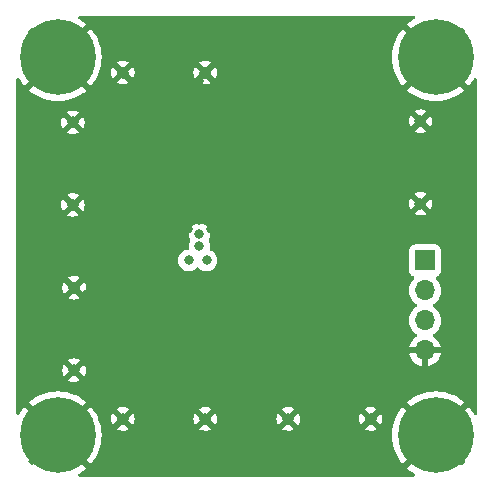
<source format=gbr>
%TF.GenerationSoftware,KiCad,Pcbnew,(6.0.7)*%
%TF.CreationDate,2022-08-24T09:40:32+01:00*%
%TF.ProjectId,Phase_Measurement_Board,50686173-655f-44d6-9561-737572656d65,rev?*%
%TF.SameCoordinates,Original*%
%TF.FileFunction,Copper,L3,Inr*%
%TF.FilePolarity,Positive*%
%FSLAX46Y46*%
G04 Gerber Fmt 4.6, Leading zero omitted, Abs format (unit mm)*
G04 Created by KiCad (PCBNEW (6.0.7)) date 2022-08-24 09:40:32*
%MOMM*%
%LPD*%
G01*
G04 APERTURE LIST*
%TA.AperFunction,ComponentPad*%
%ADD10C,6.400000*%
%TD*%
%TA.AperFunction,ComponentPad*%
%ADD11C,0.800000*%
%TD*%
%TA.AperFunction,ComponentPad*%
%ADD12C,0.970000*%
%TD*%
%TA.AperFunction,ComponentPad*%
%ADD13R,1.700000X1.700000*%
%TD*%
%TA.AperFunction,ComponentPad*%
%ADD14O,1.700000X1.700000*%
%TD*%
%TA.AperFunction,ViaPad*%
%ADD15C,0.800000*%
%TD*%
G04 APERTURE END LIST*
D10*
%TO.N,GND*%
%TO.C,H2*%
X232000000Y-33000000D03*
D11*
X233697056Y-31302944D03*
X232000000Y-30600000D03*
X233697056Y-34697056D03*
X232000000Y-35400000D03*
X230302944Y-31302944D03*
X234400000Y-33000000D03*
X230302944Y-34697056D03*
X229600000Y-33000000D03*
%TD*%
D12*
%TO.N,GND*%
%TO.C,J3*%
X205507500Y-63615000D03*
X212492500Y-63615000D03*
%TD*%
D11*
%TO.N,GND*%
%TO.C,H1*%
X200000000Y-30600000D03*
X198302944Y-34697056D03*
X198302944Y-31302944D03*
X200000000Y-35400000D03*
D10*
X200000000Y-33000000D03*
D11*
X202400000Y-33000000D03*
X201697056Y-31302944D03*
X197600000Y-33000000D03*
X201697056Y-34697056D03*
%TD*%
D12*
%TO.N,GND*%
%TO.C,J1*%
X205507500Y-34285000D03*
X212492500Y-34285000D03*
%TD*%
D11*
%TO.N,GND*%
%TO.C,H3*%
X198302944Y-63302944D03*
X197600000Y-65000000D03*
D10*
X200000000Y-65000000D03*
D11*
X200000000Y-67400000D03*
X198302944Y-66697056D03*
X202400000Y-65000000D03*
X200000000Y-62600000D03*
X201697056Y-63302944D03*
X201697056Y-66697056D03*
%TD*%
D13*
%TO.N,+3V3*%
%TO.C,J7*%
X231106673Y-50200000D03*
D14*
%TO.N,VC2*%
X231106673Y-52740000D03*
%TO.N,VC1*%
X231106673Y-55280000D03*
%TO.N,GND*%
X231106673Y-57820000D03*
%TD*%
D12*
%TO.N,GND*%
%TO.C,J6*%
X230715000Y-38407500D03*
X230715000Y-45392500D03*
%TD*%
%TO.N,GND*%
%TO.C,J4*%
X219507500Y-63615000D03*
X226492500Y-63615000D03*
%TD*%
D11*
%TO.N,GND*%
%TO.C,H4*%
X230302944Y-63302944D03*
X232000000Y-62600000D03*
D10*
X232000000Y-65000000D03*
D11*
X229600000Y-65000000D03*
X234400000Y-65000000D03*
X232000000Y-67400000D03*
X233697056Y-66697056D03*
X230302944Y-66697056D03*
X233697056Y-63302944D03*
%TD*%
D12*
%TO.N,GND*%
%TO.C,J2*%
X201285000Y-38507500D03*
X201285000Y-45492500D03*
%TD*%
%TO.N,GND*%
%TO.C,J5*%
X201385000Y-59492500D03*
X201385000Y-52507500D03*
%TD*%
D15*
%TO.N,+3V3*%
X212600000Y-50200000D03*
X211100000Y-50200000D03*
%TO.N,GND*%
X227000000Y-36000000D03*
X222400000Y-43700000D03*
X221000000Y-32000000D03*
X223550000Y-46900000D03*
X217700000Y-50100000D03*
X220000000Y-41000000D03*
X216000000Y-54000000D03*
X218000000Y-62000000D03*
X220000000Y-57800000D03*
X210000000Y-58500000D03*
X214000000Y-48500000D03*
X224000000Y-48000000D03*
X205500000Y-43000000D03*
X206500000Y-49000000D03*
X211500000Y-43000000D03*
X205500000Y-50000000D03*
X216000000Y-66500000D03*
X233000000Y-48000000D03*
X204000000Y-41000000D03*
X217000000Y-45500000D03*
X225000000Y-46800000D03*
X210000000Y-39000000D03*
X221000000Y-56000000D03*
X227300000Y-45200000D03*
X216000000Y-55500000D03*
X218000000Y-42300000D03*
X220400000Y-49000000D03*
X205500000Y-41000000D03*
X219500000Y-39500000D03*
X233000000Y-50000000D03*
X214000000Y-57000000D03*
X208000000Y-37000000D03*
X216000000Y-44500000D03*
X209000000Y-49500000D03*
X217500000Y-35500000D03*
X216000000Y-52500000D03*
X227000000Y-32000000D03*
X216000000Y-61500000D03*
X220000000Y-61500000D03*
X210000000Y-62000000D03*
X203000000Y-48000000D03*
X212000000Y-59800000D03*
X204000000Y-43000000D03*
X208000000Y-50500000D03*
X223550000Y-44600000D03*
X210000000Y-37000000D03*
X224000000Y-62000000D03*
X227000000Y-56000000D03*
X220400000Y-47700000D03*
X221000000Y-40000000D03*
X222600000Y-47700000D03*
X210000000Y-48500000D03*
X229500000Y-40900000D03*
X214000000Y-35500000D03*
X218000000Y-39000000D03*
X201300000Y-57000000D03*
X212000000Y-38500000D03*
X207000000Y-41000000D03*
X208000000Y-35500000D03*
X221400000Y-42900000D03*
X203000000Y-36000000D03*
X222400000Y-50100000D03*
X212000000Y-44800000D03*
X208500000Y-43000000D03*
X227000000Y-40000000D03*
X221000000Y-52000000D03*
X214000000Y-54000000D03*
X211000000Y-47500000D03*
X227000000Y-48000000D03*
X208000000Y-38500000D03*
X216000000Y-57000000D03*
X203000000Y-44000000D03*
X217700000Y-52000000D03*
X203500000Y-52000000D03*
X206000000Y-52500000D03*
X223500000Y-60500000D03*
X202500000Y-41000000D03*
X222000000Y-58500000D03*
X212000000Y-54500000D03*
X216000000Y-35000000D03*
X208000000Y-62000000D03*
X214000000Y-37000000D03*
X228400000Y-44100000D03*
X233500000Y-54000000D03*
X213000000Y-47500000D03*
X221000000Y-54000000D03*
X208000000Y-40000000D03*
X222000000Y-60000000D03*
X215000000Y-43500000D03*
X203000000Y-40000000D03*
X203000000Y-60000000D03*
X222000000Y-63600000D03*
X224000000Y-63600000D03*
X210000000Y-43000000D03*
X205000000Y-53500000D03*
X202500000Y-43000000D03*
X213000000Y-41500000D03*
X214000000Y-39000000D03*
X218000000Y-46500000D03*
X212000000Y-37000000D03*
X222600000Y-49000000D03*
X213500000Y-45000000D03*
X216000000Y-37000000D03*
X210000000Y-60000000D03*
X204500000Y-51000000D03*
X214000000Y-58500000D03*
X212000000Y-40000000D03*
X221000000Y-36000000D03*
X207000000Y-43000000D03*
X220000000Y-59800000D03*
X212500000Y-44000000D03*
X218000000Y-58500000D03*
X207500000Y-48000000D03*
X216000000Y-49250000D03*
X204000000Y-54500000D03*
X202200000Y-56300000D03*
X219900000Y-44400000D03*
X214000000Y-62000000D03*
X211500000Y-41000000D03*
X218000000Y-54000000D03*
X207000000Y-51500000D03*
X215000000Y-32000000D03*
X216000000Y-58500000D03*
X226000000Y-43500000D03*
X212000000Y-61500000D03*
X218000000Y-60000000D03*
X212000000Y-57800000D03*
X229500000Y-43000000D03*
X208500000Y-41000000D03*
X220300000Y-45800000D03*
X216000000Y-64000000D03*
X209000000Y-44000000D03*
X212000000Y-35000000D03*
X216000000Y-38500000D03*
X233000000Y-60000000D03*
X210000000Y-35500000D03*
X215500000Y-47000000D03*
X208500000Y-60500000D03*
X230800000Y-42900000D03*
X203000000Y-55500000D03*
X220500000Y-42000000D03*
X226300000Y-46200000D03*
X209500000Y-46000000D03*
X202500000Y-53000000D03*
X218000000Y-57000000D03*
X201100000Y-54500000D03*
X210000000Y-63600000D03*
X230800000Y-40900000D03*
X214300000Y-52000000D03*
X228000000Y-41500000D03*
X216500000Y-40500000D03*
X201300000Y-41000000D03*
X209000000Y-56000000D03*
X225000000Y-44500000D03*
X208000000Y-63600000D03*
X210000000Y-41000000D03*
X221400000Y-45800000D03*
X201300000Y-43000000D03*
X222000000Y-62000000D03*
X212000000Y-46800000D03*
X218000000Y-49000000D03*
X214500000Y-46000000D03*
X208000000Y-34300000D03*
X227000000Y-60000000D03*
X214000000Y-55500000D03*
X219000000Y-43500000D03*
X208500000Y-47000000D03*
X214000000Y-42500000D03*
X210500000Y-45000000D03*
X219500000Y-50000000D03*
X218000000Y-41000000D03*
X219500000Y-52000000D03*
X218000000Y-37000000D03*
X218000000Y-48000000D03*
X227000000Y-54000000D03*
X227000000Y-52000000D03*
X216000000Y-48000000D03*
X210000000Y-34300000D03*
X211000000Y-54500000D03*
X214000000Y-60000000D03*
X226900000Y-42600000D03*
X209000000Y-52000000D03*
X233000000Y-58000000D03*
X216000000Y-60000000D03*
X218000000Y-55500000D03*
%TO.N,VC1*%
X212000000Y-48000000D03*
%TO.N,VC2*%
X212000000Y-49000000D03*
%TD*%
%TA.AperFunction,Conductor*%
%TO.N,GND*%
G36*
X230228176Y-29528502D02*
G01*
X230274669Y-29582158D01*
X230284773Y-29652432D01*
X230255279Y-29717012D01*
X230217258Y-29746767D01*
X230146397Y-29782872D01*
X230140687Y-29786169D01*
X229820265Y-29994253D01*
X229814939Y-29998123D01*
X229576165Y-30191478D01*
X229567700Y-30203733D01*
X229574034Y-30214824D01*
X234784310Y-35425100D01*
X234797386Y-35432241D01*
X234807753Y-35424784D01*
X235001877Y-35185061D01*
X235005747Y-35179735D01*
X235213831Y-34859313D01*
X235217128Y-34853603D01*
X235253233Y-34782742D01*
X235301981Y-34731127D01*
X235370896Y-34714061D01*
X235438098Y-34736962D01*
X235482250Y-34792559D01*
X235491500Y-34839945D01*
X235491500Y-63160055D01*
X235471498Y-63228176D01*
X235417842Y-63274669D01*
X235347568Y-63284773D01*
X235282988Y-63255279D01*
X235253233Y-63217258D01*
X235217128Y-63146397D01*
X235213831Y-63140687D01*
X235005747Y-62820265D01*
X235001877Y-62814939D01*
X234808522Y-62576165D01*
X234796267Y-62567700D01*
X234785176Y-62574034D01*
X229574900Y-67784310D01*
X229567759Y-67797386D01*
X229575216Y-67807753D01*
X229814935Y-68001874D01*
X229820272Y-68005751D01*
X230140685Y-68213830D01*
X230146394Y-68217126D01*
X230217257Y-68253233D01*
X230268872Y-68301981D01*
X230285938Y-68370896D01*
X230263037Y-68438098D01*
X230207440Y-68482250D01*
X230160054Y-68491500D01*
X201839946Y-68491500D01*
X201771825Y-68471498D01*
X201725332Y-68417842D01*
X201715228Y-68347568D01*
X201744722Y-68282988D01*
X201782743Y-68253233D01*
X201853606Y-68217126D01*
X201859315Y-68213830D01*
X202179728Y-68005751D01*
X202185065Y-68001874D01*
X202423835Y-67808522D01*
X202432300Y-67796267D01*
X202425966Y-67785176D01*
X199641922Y-65001132D01*
X200364408Y-65001132D01*
X200364539Y-65002965D01*
X200368790Y-65009580D01*
X202784310Y-67425100D01*
X202797386Y-67432241D01*
X202807753Y-67424784D01*
X203001877Y-67185061D01*
X203005747Y-67179735D01*
X203213831Y-66859313D01*
X203217128Y-66853603D01*
X203390578Y-66513189D01*
X203393260Y-66507164D01*
X203530171Y-66150498D01*
X203532212Y-66144216D01*
X203631094Y-65775184D01*
X203632465Y-65768734D01*
X203692234Y-65391371D01*
X203692920Y-65384833D01*
X203712916Y-65003301D01*
X228287084Y-65003301D01*
X228307080Y-65384833D01*
X228307766Y-65391371D01*
X228367535Y-65768734D01*
X228368906Y-65775184D01*
X228467788Y-66144216D01*
X228469829Y-66150498D01*
X228606740Y-66507164D01*
X228609422Y-66513189D01*
X228782872Y-66853603D01*
X228786169Y-66859313D01*
X228994253Y-67179735D01*
X228998123Y-67185061D01*
X229191478Y-67423835D01*
X229203733Y-67432300D01*
X229214824Y-67425966D01*
X231627978Y-65012812D01*
X231635592Y-64998868D01*
X231635461Y-64997035D01*
X231631210Y-64990420D01*
X229215690Y-62574900D01*
X229202614Y-62567759D01*
X229192247Y-62575216D01*
X228998123Y-62814939D01*
X228994253Y-62820265D01*
X228786169Y-63140687D01*
X228782872Y-63146397D01*
X228609422Y-63486811D01*
X228606740Y-63492836D01*
X228469829Y-63849502D01*
X228467788Y-63855784D01*
X228368906Y-64224816D01*
X228367535Y-64231266D01*
X228307766Y-64608629D01*
X228307080Y-64615167D01*
X228287084Y-64996699D01*
X228287084Y-65003301D01*
X203712916Y-65003301D01*
X203712916Y-64996699D01*
X203692920Y-64615167D01*
X203692234Y-64608629D01*
X203670770Y-64473109D01*
X205014221Y-64473109D01*
X205019130Y-64479667D01*
X205102650Y-64526344D01*
X205113890Y-64531255D01*
X205287377Y-64587624D01*
X205299351Y-64590257D01*
X205480492Y-64611857D01*
X205492741Y-64612114D01*
X205674625Y-64598119D01*
X205686705Y-64595988D01*
X205862395Y-64546934D01*
X205873828Y-64542500D01*
X205991842Y-64482887D01*
X206002126Y-64473242D01*
X206002081Y-64473109D01*
X211999221Y-64473109D01*
X212004130Y-64479667D01*
X212087650Y-64526344D01*
X212098890Y-64531255D01*
X212272377Y-64587624D01*
X212284351Y-64590257D01*
X212465492Y-64611857D01*
X212477741Y-64612114D01*
X212659625Y-64598119D01*
X212671705Y-64595988D01*
X212847395Y-64546934D01*
X212858828Y-64542500D01*
X212976842Y-64482887D01*
X212987126Y-64473242D01*
X212987081Y-64473109D01*
X219014221Y-64473109D01*
X219019130Y-64479667D01*
X219102650Y-64526344D01*
X219113890Y-64531255D01*
X219287377Y-64587624D01*
X219299351Y-64590257D01*
X219480492Y-64611857D01*
X219492741Y-64612114D01*
X219674625Y-64598119D01*
X219686705Y-64595988D01*
X219862395Y-64546934D01*
X219873828Y-64542500D01*
X219991842Y-64482887D01*
X220002126Y-64473242D01*
X220002081Y-64473109D01*
X225999221Y-64473109D01*
X226004130Y-64479667D01*
X226087650Y-64526344D01*
X226098890Y-64531255D01*
X226272377Y-64587624D01*
X226284351Y-64590257D01*
X226465492Y-64611857D01*
X226477741Y-64612114D01*
X226659625Y-64598119D01*
X226671705Y-64595988D01*
X226847395Y-64546934D01*
X226858828Y-64542500D01*
X226976842Y-64482887D01*
X226987126Y-64473242D01*
X226984888Y-64466598D01*
X226505312Y-63987022D01*
X226491368Y-63979408D01*
X226489535Y-63979539D01*
X226482920Y-63983790D01*
X226005981Y-64460729D01*
X225999221Y-64473109D01*
X220002081Y-64473109D01*
X219999888Y-64466598D01*
X219520312Y-63987022D01*
X219506368Y-63979408D01*
X219504535Y-63979539D01*
X219497920Y-63983790D01*
X219020981Y-64460729D01*
X219014221Y-64473109D01*
X212987081Y-64473109D01*
X212984888Y-64466598D01*
X212505312Y-63987022D01*
X212491368Y-63979408D01*
X212489535Y-63979539D01*
X212482920Y-63983790D01*
X212005981Y-64460729D01*
X211999221Y-64473109D01*
X206002081Y-64473109D01*
X205999888Y-64466598D01*
X205520312Y-63987022D01*
X205506368Y-63979408D01*
X205504535Y-63979539D01*
X205497920Y-63983790D01*
X205020981Y-64460729D01*
X205014221Y-64473109D01*
X203670770Y-64473109D01*
X203632465Y-64231266D01*
X203631094Y-64224816D01*
X203532212Y-63855784D01*
X203530171Y-63849502D01*
X203437165Y-63607212D01*
X204510308Y-63607212D01*
X204525571Y-63788982D01*
X204527786Y-63801047D01*
X204578065Y-63976391D01*
X204582583Y-63987803D01*
X204639786Y-64099107D01*
X204649507Y-64109328D01*
X204656306Y-64106984D01*
X205135478Y-63627812D01*
X205141856Y-63616132D01*
X205871908Y-63616132D01*
X205872039Y-63617965D01*
X205876290Y-63624580D01*
X206353159Y-64101449D01*
X206365539Y-64108209D01*
X206372273Y-64103168D01*
X206415994Y-64026207D01*
X206420987Y-64014991D01*
X206478562Y-63841914D01*
X206481282Y-63829942D01*
X206504473Y-63646364D01*
X206504965Y-63639335D01*
X206505256Y-63618505D01*
X206504963Y-63611512D01*
X206504541Y-63607212D01*
X211495308Y-63607212D01*
X211510571Y-63788982D01*
X211512786Y-63801047D01*
X211563065Y-63976391D01*
X211567583Y-63987803D01*
X211624786Y-64099107D01*
X211634507Y-64109328D01*
X211641306Y-64106984D01*
X212120478Y-63627812D01*
X212126856Y-63616132D01*
X212856908Y-63616132D01*
X212857039Y-63617965D01*
X212861290Y-63624580D01*
X213338159Y-64101449D01*
X213350539Y-64108209D01*
X213357273Y-64103168D01*
X213400994Y-64026207D01*
X213405987Y-64014991D01*
X213463562Y-63841914D01*
X213466282Y-63829942D01*
X213489473Y-63646364D01*
X213489965Y-63639335D01*
X213490256Y-63618505D01*
X213489963Y-63611512D01*
X213489541Y-63607212D01*
X218510308Y-63607212D01*
X218525571Y-63788982D01*
X218527786Y-63801047D01*
X218578065Y-63976391D01*
X218582583Y-63987803D01*
X218639786Y-64099107D01*
X218649507Y-64109328D01*
X218656306Y-64106984D01*
X219135478Y-63627812D01*
X219141856Y-63616132D01*
X219871908Y-63616132D01*
X219872039Y-63617965D01*
X219876290Y-63624580D01*
X220353159Y-64101449D01*
X220365539Y-64108209D01*
X220372273Y-64103168D01*
X220415994Y-64026207D01*
X220420987Y-64014991D01*
X220478562Y-63841914D01*
X220481282Y-63829942D01*
X220504473Y-63646364D01*
X220504965Y-63639335D01*
X220505256Y-63618505D01*
X220504963Y-63611512D01*
X220504541Y-63607212D01*
X225495308Y-63607212D01*
X225510571Y-63788982D01*
X225512786Y-63801047D01*
X225563065Y-63976391D01*
X225567583Y-63987803D01*
X225624786Y-64099107D01*
X225634507Y-64109328D01*
X225641306Y-64106984D01*
X226120478Y-63627812D01*
X226126856Y-63616132D01*
X226856908Y-63616132D01*
X226857039Y-63617965D01*
X226861290Y-63624580D01*
X227338159Y-64101449D01*
X227350539Y-64108209D01*
X227357273Y-64103168D01*
X227400994Y-64026207D01*
X227405987Y-64014991D01*
X227463562Y-63841914D01*
X227466282Y-63829942D01*
X227489473Y-63646364D01*
X227489965Y-63639335D01*
X227490256Y-63618505D01*
X227489963Y-63611512D01*
X227471903Y-63427325D01*
X227469520Y-63415290D01*
X227416798Y-63240665D01*
X227412123Y-63229324D01*
X227359972Y-63131241D01*
X227350110Y-63121158D01*
X227342984Y-63123726D01*
X226864522Y-63602188D01*
X226856908Y-63616132D01*
X226126856Y-63616132D01*
X226128092Y-63613868D01*
X226127961Y-63612035D01*
X226123710Y-63605420D01*
X225646666Y-63128376D01*
X225634286Y-63121616D01*
X225627898Y-63126398D01*
X225578354Y-63216516D01*
X225573517Y-63227801D01*
X225518361Y-63401675D01*
X225515813Y-63413664D01*
X225495479Y-63594943D01*
X225495308Y-63607212D01*
X220504541Y-63607212D01*
X220486903Y-63427325D01*
X220484520Y-63415290D01*
X220431798Y-63240665D01*
X220427123Y-63229324D01*
X220374972Y-63131241D01*
X220365110Y-63121158D01*
X220357984Y-63123726D01*
X219879522Y-63602188D01*
X219871908Y-63616132D01*
X219141856Y-63616132D01*
X219143092Y-63613868D01*
X219142961Y-63612035D01*
X219138710Y-63605420D01*
X218661666Y-63128376D01*
X218649286Y-63121616D01*
X218642898Y-63126398D01*
X218593354Y-63216516D01*
X218588517Y-63227801D01*
X218533361Y-63401675D01*
X218530813Y-63413664D01*
X218510479Y-63594943D01*
X218510308Y-63607212D01*
X213489541Y-63607212D01*
X213471903Y-63427325D01*
X213469520Y-63415290D01*
X213416798Y-63240665D01*
X213412123Y-63229324D01*
X213359972Y-63131241D01*
X213350110Y-63121158D01*
X213342984Y-63123726D01*
X212864522Y-63602188D01*
X212856908Y-63616132D01*
X212126856Y-63616132D01*
X212128092Y-63613868D01*
X212127961Y-63612035D01*
X212123710Y-63605420D01*
X211646666Y-63128376D01*
X211634286Y-63121616D01*
X211627898Y-63126398D01*
X211578354Y-63216516D01*
X211573517Y-63227801D01*
X211518361Y-63401675D01*
X211515813Y-63413664D01*
X211495479Y-63594943D01*
X211495308Y-63607212D01*
X206504541Y-63607212D01*
X206486903Y-63427325D01*
X206484520Y-63415290D01*
X206431798Y-63240665D01*
X206427123Y-63229324D01*
X206374972Y-63131241D01*
X206365110Y-63121158D01*
X206357984Y-63123726D01*
X205879522Y-63602188D01*
X205871908Y-63616132D01*
X205141856Y-63616132D01*
X205143092Y-63613868D01*
X205142961Y-63612035D01*
X205138710Y-63605420D01*
X204661666Y-63128376D01*
X204649286Y-63121616D01*
X204642898Y-63126398D01*
X204593354Y-63216516D01*
X204588517Y-63227801D01*
X204533361Y-63401675D01*
X204530813Y-63413664D01*
X204510479Y-63594943D01*
X204510308Y-63607212D01*
X203437165Y-63607212D01*
X203393260Y-63492836D01*
X203390578Y-63486811D01*
X203217128Y-63146397D01*
X203213831Y-63140687D01*
X203005747Y-62820265D01*
X203001877Y-62814939D01*
X202955134Y-62757216D01*
X205013434Y-62757216D01*
X205015889Y-62764179D01*
X205494688Y-63242978D01*
X205508632Y-63250592D01*
X205510465Y-63250461D01*
X205517080Y-63246210D01*
X205994266Y-62769024D01*
X206000714Y-62757216D01*
X211998434Y-62757216D01*
X212000889Y-62764179D01*
X212479688Y-63242978D01*
X212493632Y-63250592D01*
X212495465Y-63250461D01*
X212502080Y-63246210D01*
X212979266Y-62769024D01*
X212985714Y-62757216D01*
X219013434Y-62757216D01*
X219015889Y-62764179D01*
X219494688Y-63242978D01*
X219508632Y-63250592D01*
X219510465Y-63250461D01*
X219517080Y-63246210D01*
X219994266Y-62769024D01*
X220000714Y-62757216D01*
X225998434Y-62757216D01*
X226000889Y-62764179D01*
X226479688Y-63242978D01*
X226493632Y-63250592D01*
X226495465Y-63250461D01*
X226502080Y-63246210D01*
X226979266Y-62769024D01*
X226986026Y-62756644D01*
X226981367Y-62750421D01*
X226884583Y-62698090D01*
X226873278Y-62693338D01*
X226699024Y-62639397D01*
X226687011Y-62636931D01*
X226505594Y-62617863D01*
X226493326Y-62617778D01*
X226311669Y-62634310D01*
X226299620Y-62636608D01*
X226124628Y-62688111D01*
X226113251Y-62692708D01*
X226008583Y-62747427D01*
X225998434Y-62757216D01*
X220000714Y-62757216D01*
X220001026Y-62756644D01*
X219996367Y-62750421D01*
X219899583Y-62698090D01*
X219888278Y-62693338D01*
X219714024Y-62639397D01*
X219702011Y-62636931D01*
X219520594Y-62617863D01*
X219508326Y-62617778D01*
X219326669Y-62634310D01*
X219314620Y-62636608D01*
X219139628Y-62688111D01*
X219128251Y-62692708D01*
X219023583Y-62747427D01*
X219013434Y-62757216D01*
X212985714Y-62757216D01*
X212986026Y-62756644D01*
X212981367Y-62750421D01*
X212884583Y-62698090D01*
X212873278Y-62693338D01*
X212699024Y-62639397D01*
X212687011Y-62636931D01*
X212505594Y-62617863D01*
X212493326Y-62617778D01*
X212311669Y-62634310D01*
X212299620Y-62636608D01*
X212124628Y-62688111D01*
X212113251Y-62692708D01*
X212008583Y-62747427D01*
X211998434Y-62757216D01*
X206000714Y-62757216D01*
X206001026Y-62756644D01*
X205996367Y-62750421D01*
X205899583Y-62698090D01*
X205888278Y-62693338D01*
X205714024Y-62639397D01*
X205702011Y-62636931D01*
X205520594Y-62617863D01*
X205508326Y-62617778D01*
X205326669Y-62634310D01*
X205314620Y-62636608D01*
X205139628Y-62688111D01*
X205128251Y-62692708D01*
X205023583Y-62747427D01*
X205013434Y-62757216D01*
X202955134Y-62757216D01*
X202808522Y-62576165D01*
X202796267Y-62567700D01*
X202785176Y-62574034D01*
X200372022Y-64987188D01*
X200364408Y-65001132D01*
X199641922Y-65001132D01*
X197215690Y-62574900D01*
X197202614Y-62567759D01*
X197192247Y-62575216D01*
X196998123Y-62814939D01*
X196994253Y-62820265D01*
X196786169Y-63140687D01*
X196782872Y-63146397D01*
X196746767Y-63217258D01*
X196698019Y-63268873D01*
X196629104Y-63285939D01*
X196561902Y-63263038D01*
X196517750Y-63207441D01*
X196508500Y-63160055D01*
X196508500Y-62203733D01*
X197567700Y-62203733D01*
X197574034Y-62214824D01*
X199987188Y-64627978D01*
X200001132Y-64635592D01*
X200002965Y-64635461D01*
X200009580Y-64631210D01*
X202425100Y-62215690D01*
X202431630Y-62203733D01*
X229567700Y-62203733D01*
X229574034Y-62214824D01*
X231987188Y-64627978D01*
X232001132Y-64635592D01*
X232002965Y-64635461D01*
X232009580Y-64631210D01*
X234425100Y-62215690D01*
X234432241Y-62202614D01*
X234424784Y-62192247D01*
X234185065Y-61998126D01*
X234179728Y-61994249D01*
X233859315Y-61786170D01*
X233853606Y-61782873D01*
X233513189Y-61609422D01*
X233507164Y-61606740D01*
X233150498Y-61469829D01*
X233144216Y-61467788D01*
X232775184Y-61368906D01*
X232768734Y-61367535D01*
X232391371Y-61307766D01*
X232384833Y-61307080D01*
X232003301Y-61287084D01*
X231996699Y-61287084D01*
X231615167Y-61307080D01*
X231608629Y-61307766D01*
X231231266Y-61367535D01*
X231224816Y-61368906D01*
X230855784Y-61467788D01*
X230849502Y-61469829D01*
X230492836Y-61606740D01*
X230486811Y-61609422D01*
X230146397Y-61782872D01*
X230140687Y-61786169D01*
X229820265Y-61994253D01*
X229814939Y-61998123D01*
X229576165Y-62191478D01*
X229567700Y-62203733D01*
X202431630Y-62203733D01*
X202432241Y-62202614D01*
X202424784Y-62192247D01*
X202185065Y-61998126D01*
X202179728Y-61994249D01*
X201859315Y-61786170D01*
X201853606Y-61782873D01*
X201513189Y-61609422D01*
X201507164Y-61606740D01*
X201150498Y-61469829D01*
X201144216Y-61467788D01*
X200775184Y-61368906D01*
X200768734Y-61367535D01*
X200391371Y-61307766D01*
X200384833Y-61307080D01*
X200003301Y-61287084D01*
X199996699Y-61287084D01*
X199615167Y-61307080D01*
X199608629Y-61307766D01*
X199231266Y-61367535D01*
X199224816Y-61368906D01*
X198855784Y-61467788D01*
X198849502Y-61469829D01*
X198492836Y-61606740D01*
X198486811Y-61609422D01*
X198146397Y-61782872D01*
X198140687Y-61786169D01*
X197820265Y-61994253D01*
X197814939Y-61998123D01*
X197576165Y-62191478D01*
X197567700Y-62203733D01*
X196508500Y-62203733D01*
X196508500Y-60350609D01*
X200891721Y-60350609D01*
X200896630Y-60357167D01*
X200980150Y-60403844D01*
X200991390Y-60408755D01*
X201164877Y-60465124D01*
X201176851Y-60467757D01*
X201357992Y-60489357D01*
X201370241Y-60489614D01*
X201552125Y-60475619D01*
X201564205Y-60473488D01*
X201739895Y-60424434D01*
X201751328Y-60420000D01*
X201869342Y-60360387D01*
X201879626Y-60350742D01*
X201877388Y-60344098D01*
X201397812Y-59864522D01*
X201383868Y-59856908D01*
X201382035Y-59857039D01*
X201375420Y-59861290D01*
X200898481Y-60338229D01*
X200891721Y-60350609D01*
X196508500Y-60350609D01*
X196508500Y-59484712D01*
X200387808Y-59484712D01*
X200403071Y-59666482D01*
X200405286Y-59678547D01*
X200455565Y-59853891D01*
X200460083Y-59865303D01*
X200517286Y-59976607D01*
X200527007Y-59986828D01*
X200533806Y-59984484D01*
X201012978Y-59505312D01*
X201019356Y-59493632D01*
X201749408Y-59493632D01*
X201749539Y-59495465D01*
X201753790Y-59502080D01*
X202230659Y-59978949D01*
X202243039Y-59985709D01*
X202249773Y-59980668D01*
X202293494Y-59903707D01*
X202298487Y-59892491D01*
X202356062Y-59719414D01*
X202358782Y-59707442D01*
X202381973Y-59523864D01*
X202382465Y-59516835D01*
X202382756Y-59496005D01*
X202382463Y-59489012D01*
X202364403Y-59304825D01*
X202362020Y-59292790D01*
X202309298Y-59118165D01*
X202304623Y-59106824D01*
X202252472Y-59008741D01*
X202242610Y-58998658D01*
X202235484Y-59001226D01*
X201757022Y-59479688D01*
X201749408Y-59493632D01*
X201019356Y-59493632D01*
X201020592Y-59491368D01*
X201020461Y-59489535D01*
X201016210Y-59482920D01*
X200539166Y-59005876D01*
X200526786Y-58999116D01*
X200520398Y-59003898D01*
X200470854Y-59094016D01*
X200466017Y-59105301D01*
X200410861Y-59279175D01*
X200408313Y-59291164D01*
X200387979Y-59472443D01*
X200387808Y-59484712D01*
X196508500Y-59484712D01*
X196508500Y-58634716D01*
X200890934Y-58634716D01*
X200893389Y-58641679D01*
X201372188Y-59120478D01*
X201386132Y-59128092D01*
X201387965Y-59127961D01*
X201394580Y-59123710D01*
X201871766Y-58646524D01*
X201878526Y-58634144D01*
X201873867Y-58627921D01*
X201777083Y-58575590D01*
X201765778Y-58570838D01*
X201591524Y-58516897D01*
X201579511Y-58514431D01*
X201398094Y-58495363D01*
X201385826Y-58495278D01*
X201204169Y-58511810D01*
X201192120Y-58514108D01*
X201017128Y-58565611D01*
X201005751Y-58570208D01*
X200901083Y-58624927D01*
X200890934Y-58634716D01*
X196508500Y-58634716D01*
X196508500Y-58087966D01*
X229774930Y-58087966D01*
X229805238Y-58222446D01*
X229808318Y-58232275D01*
X229888443Y-58429603D01*
X229893086Y-58438794D01*
X230004367Y-58620388D01*
X230010450Y-58628699D01*
X230149886Y-58789667D01*
X230157253Y-58796883D01*
X230321107Y-58932916D01*
X230329554Y-58938831D01*
X230513429Y-59046279D01*
X230522715Y-59050729D01*
X230721674Y-59126703D01*
X230731572Y-59129579D01*
X230834923Y-59150606D01*
X230848972Y-59149410D01*
X230852673Y-59139065D01*
X230852673Y-59138517D01*
X231360673Y-59138517D01*
X231364737Y-59152359D01*
X231378151Y-59154393D01*
X231384857Y-59153534D01*
X231394935Y-59151392D01*
X231598928Y-59090191D01*
X231608515Y-59086433D01*
X231799768Y-58992739D01*
X231808618Y-58987464D01*
X231982001Y-58863792D01*
X231989873Y-58857139D01*
X232140725Y-58706812D01*
X232147403Y-58698965D01*
X232271676Y-58526020D01*
X232276986Y-58517183D01*
X232371343Y-58326267D01*
X232375142Y-58316672D01*
X232437050Y-58112910D01*
X232439228Y-58102837D01*
X232440659Y-58091962D01*
X232438448Y-58077778D01*
X232425290Y-58074000D01*
X231378788Y-58074000D01*
X231363549Y-58078475D01*
X231362344Y-58079865D01*
X231360673Y-58087548D01*
X231360673Y-59138517D01*
X230852673Y-59138517D01*
X230852673Y-58092115D01*
X230848198Y-58076876D01*
X230846808Y-58075671D01*
X230839125Y-58074000D01*
X229789898Y-58074000D01*
X229776367Y-58077973D01*
X229774930Y-58087966D01*
X196508500Y-58087966D01*
X196508500Y-55246695D01*
X229743924Y-55246695D01*
X229744221Y-55251848D01*
X229744221Y-55251851D01*
X229749684Y-55346590D01*
X229756783Y-55469715D01*
X229757920Y-55474761D01*
X229757921Y-55474767D01*
X229777792Y-55562939D01*
X229805895Y-55687639D01*
X229889939Y-55894616D01*
X230006660Y-56085088D01*
X230152923Y-56253938D01*
X230324799Y-56396632D01*
X230398628Y-56439774D01*
X230447352Y-56491412D01*
X230460423Y-56561195D01*
X230433692Y-56626967D01*
X230393235Y-56660327D01*
X230385130Y-56664546D01*
X230376411Y-56670036D01*
X230206106Y-56797905D01*
X230198399Y-56804748D01*
X230051263Y-56958717D01*
X230044777Y-56966727D01*
X229924771Y-57142649D01*
X229919673Y-57151623D01*
X229830011Y-57344783D01*
X229826448Y-57354470D01*
X229771062Y-57554183D01*
X229772585Y-57562607D01*
X229784965Y-57566000D01*
X232425017Y-57566000D01*
X232438548Y-57562027D01*
X232439853Y-57552947D01*
X232397887Y-57385875D01*
X232394567Y-57376124D01*
X232309645Y-57180814D01*
X232304778Y-57171739D01*
X232189099Y-56992926D01*
X232182809Y-56984757D01*
X232039479Y-56827240D01*
X232031946Y-56820215D01*
X231864812Y-56688222D01*
X231856229Y-56682520D01*
X231819275Y-56662120D01*
X231769304Y-56611687D01*
X231754532Y-56542245D01*
X231779648Y-56475839D01*
X231807000Y-56449232D01*
X231830470Y-56432491D01*
X231986533Y-56321173D01*
X232144769Y-56163489D01*
X232204267Y-56080689D01*
X232272108Y-55986277D01*
X232275126Y-55982077D01*
X232374103Y-55781811D01*
X232439043Y-55568069D01*
X232468202Y-55346590D01*
X232469829Y-55280000D01*
X232451525Y-55057361D01*
X232397104Y-54840702D01*
X232308027Y-54635840D01*
X232186687Y-54448277D01*
X232036343Y-54283051D01*
X232032292Y-54279852D01*
X232032288Y-54279848D01*
X231865087Y-54147800D01*
X231865083Y-54147798D01*
X231861032Y-54144598D01*
X231819726Y-54121796D01*
X231769757Y-54071364D01*
X231754985Y-54001921D01*
X231780101Y-53935516D01*
X231807453Y-53908909D01*
X231851276Y-53877650D01*
X231986533Y-53781173D01*
X232144769Y-53623489D01*
X232204267Y-53540689D01*
X232272108Y-53446277D01*
X232275126Y-53442077D01*
X232284182Y-53423755D01*
X232371809Y-53246453D01*
X232371810Y-53246451D01*
X232374103Y-53241811D01*
X232439043Y-53028069D01*
X232468202Y-52806590D01*
X232469829Y-52740000D01*
X232451525Y-52517361D01*
X232397104Y-52300702D01*
X232308027Y-52095840D01*
X232186687Y-51908277D01*
X232183205Y-51904450D01*
X232039471Y-51746488D01*
X232008419Y-51682642D01*
X232016814Y-51612143D01*
X232061990Y-51557375D01*
X232088434Y-51543706D01*
X232194970Y-51503767D01*
X232203378Y-51500615D01*
X232319934Y-51413261D01*
X232407288Y-51296705D01*
X232458418Y-51160316D01*
X232465173Y-51098134D01*
X232465173Y-49301866D01*
X232458418Y-49239684D01*
X232407288Y-49103295D01*
X232319934Y-48986739D01*
X232203378Y-48899385D01*
X232066989Y-48848255D01*
X232004807Y-48841500D01*
X230208539Y-48841500D01*
X230146357Y-48848255D01*
X230009968Y-48899385D01*
X229893412Y-48986739D01*
X229806058Y-49103295D01*
X229754928Y-49239684D01*
X229748173Y-49301866D01*
X229748173Y-51098134D01*
X229754928Y-51160316D01*
X229806058Y-51296705D01*
X229893412Y-51413261D01*
X230009968Y-51500615D01*
X230018377Y-51503767D01*
X230018378Y-51503768D01*
X230127124Y-51544535D01*
X230183889Y-51587176D01*
X230208589Y-51653738D01*
X230193382Y-51723087D01*
X230173989Y-51749568D01*
X230047302Y-51882138D01*
X229921416Y-52066680D01*
X229827361Y-52269305D01*
X229767662Y-52484570D01*
X229743924Y-52706695D01*
X229744221Y-52711848D01*
X229744221Y-52711851D01*
X229749684Y-52806590D01*
X229756783Y-52929715D01*
X229757920Y-52934761D01*
X229757921Y-52934767D01*
X229777792Y-53022939D01*
X229805895Y-53147639D01*
X229889939Y-53354616D01*
X229929298Y-53418844D01*
X229981858Y-53504614D01*
X230006660Y-53545088D01*
X230152923Y-53713938D01*
X230324799Y-53856632D01*
X230395268Y-53897811D01*
X230398118Y-53899476D01*
X230446842Y-53951114D01*
X230459913Y-54020897D01*
X230433182Y-54086669D01*
X230392728Y-54120027D01*
X230380280Y-54126507D01*
X230376147Y-54129610D01*
X230376144Y-54129612D01*
X230351920Y-54147800D01*
X230201638Y-54260635D01*
X230047302Y-54422138D01*
X229921416Y-54606680D01*
X229827361Y-54809305D01*
X229767662Y-55024570D01*
X229743924Y-55246695D01*
X196508500Y-55246695D01*
X196508500Y-53365609D01*
X200891721Y-53365609D01*
X200896630Y-53372167D01*
X200980150Y-53418844D01*
X200991390Y-53423755D01*
X201164877Y-53480124D01*
X201176851Y-53482757D01*
X201357992Y-53504357D01*
X201370241Y-53504614D01*
X201552125Y-53490619D01*
X201564205Y-53488488D01*
X201739895Y-53439434D01*
X201751328Y-53435000D01*
X201869342Y-53375387D01*
X201879626Y-53365742D01*
X201877388Y-53359098D01*
X201397812Y-52879522D01*
X201383868Y-52871908D01*
X201382035Y-52872039D01*
X201375420Y-52876290D01*
X200898481Y-53353229D01*
X200891721Y-53365609D01*
X196508500Y-53365609D01*
X196508500Y-52499712D01*
X200387808Y-52499712D01*
X200403071Y-52681482D01*
X200405286Y-52693547D01*
X200455565Y-52868891D01*
X200460083Y-52880303D01*
X200517286Y-52991607D01*
X200527007Y-53001828D01*
X200533806Y-52999484D01*
X201012978Y-52520312D01*
X201019356Y-52508632D01*
X201749408Y-52508632D01*
X201749539Y-52510465D01*
X201753790Y-52517080D01*
X202230659Y-52993949D01*
X202243039Y-53000709D01*
X202249773Y-52995668D01*
X202293494Y-52918707D01*
X202298487Y-52907491D01*
X202356062Y-52734414D01*
X202358782Y-52722442D01*
X202381973Y-52538864D01*
X202382465Y-52531835D01*
X202382756Y-52511005D01*
X202382463Y-52504012D01*
X202364403Y-52319825D01*
X202362020Y-52307790D01*
X202309298Y-52133165D01*
X202304623Y-52121824D01*
X202252472Y-52023741D01*
X202242610Y-52013658D01*
X202235484Y-52016226D01*
X201757022Y-52494688D01*
X201749408Y-52508632D01*
X201019356Y-52508632D01*
X201020592Y-52506368D01*
X201020461Y-52504535D01*
X201016210Y-52497920D01*
X200539166Y-52020876D01*
X200526786Y-52014116D01*
X200520398Y-52018898D01*
X200470854Y-52109016D01*
X200466017Y-52120301D01*
X200410861Y-52294175D01*
X200408313Y-52306164D01*
X200387979Y-52487443D01*
X200387808Y-52499712D01*
X196508500Y-52499712D01*
X196508500Y-51649716D01*
X200890934Y-51649716D01*
X200893389Y-51656679D01*
X201372188Y-52135478D01*
X201386132Y-52143092D01*
X201387965Y-52142961D01*
X201394580Y-52138710D01*
X201871766Y-51661524D01*
X201878526Y-51649144D01*
X201873867Y-51642921D01*
X201777083Y-51590590D01*
X201765778Y-51585838D01*
X201591524Y-51531897D01*
X201579511Y-51529431D01*
X201398094Y-51510363D01*
X201385826Y-51510278D01*
X201204169Y-51526810D01*
X201192120Y-51529108D01*
X201017128Y-51580611D01*
X201005751Y-51585208D01*
X200901083Y-51639927D01*
X200890934Y-51649716D01*
X196508500Y-51649716D01*
X196508500Y-50200000D01*
X210186496Y-50200000D01*
X210206458Y-50389928D01*
X210265473Y-50571556D01*
X210360960Y-50736944D01*
X210488747Y-50878866D01*
X210643248Y-50991118D01*
X210649276Y-50993802D01*
X210649278Y-50993803D01*
X210811681Y-51066109D01*
X210817712Y-51068794D01*
X210911113Y-51088647D01*
X210998056Y-51107128D01*
X210998061Y-51107128D01*
X211004513Y-51108500D01*
X211195487Y-51108500D01*
X211201939Y-51107128D01*
X211201944Y-51107128D01*
X211288887Y-51088647D01*
X211382288Y-51068794D01*
X211388319Y-51066109D01*
X211550722Y-50993803D01*
X211550724Y-50993802D01*
X211556752Y-50991118D01*
X211711253Y-50878866D01*
X211756364Y-50828765D01*
X211816810Y-50791525D01*
X211887793Y-50792877D01*
X211943636Y-50828765D01*
X211988747Y-50878866D01*
X212143248Y-50991118D01*
X212149276Y-50993802D01*
X212149278Y-50993803D01*
X212311681Y-51066109D01*
X212317712Y-51068794D01*
X212411113Y-51088647D01*
X212498056Y-51107128D01*
X212498061Y-51107128D01*
X212504513Y-51108500D01*
X212695487Y-51108500D01*
X212701939Y-51107128D01*
X212701944Y-51107128D01*
X212788887Y-51088647D01*
X212882288Y-51068794D01*
X212888319Y-51066109D01*
X213050722Y-50993803D01*
X213050724Y-50993802D01*
X213056752Y-50991118D01*
X213211253Y-50878866D01*
X213339040Y-50736944D01*
X213434527Y-50571556D01*
X213493542Y-50389928D01*
X213513504Y-50200000D01*
X213493542Y-50010072D01*
X213434527Y-49828444D01*
X213339040Y-49663056D01*
X213211253Y-49521134D01*
X213056752Y-49408882D01*
X213050726Y-49406199D01*
X213050719Y-49406195D01*
X212955660Y-49363873D01*
X212901564Y-49317893D01*
X212880914Y-49249966D01*
X212887076Y-49209827D01*
X212891502Y-49196205D01*
X212893542Y-49189928D01*
X212902648Y-49103295D01*
X212912814Y-49006565D01*
X212912814Y-49006564D01*
X212913504Y-49000000D01*
X212897555Y-48848255D01*
X212894232Y-48816635D01*
X212894232Y-48816633D01*
X212893542Y-48810072D01*
X212834527Y-48628444D01*
X212796743Y-48563000D01*
X212780005Y-48494005D01*
X212796743Y-48437000D01*
X212831223Y-48377279D01*
X212831224Y-48377278D01*
X212834527Y-48371556D01*
X212893542Y-48189928D01*
X212913504Y-48000000D01*
X212893542Y-47810072D01*
X212834527Y-47628444D01*
X212739040Y-47463056D01*
X212611253Y-47321134D01*
X212456752Y-47208882D01*
X212450724Y-47206198D01*
X212450722Y-47206197D01*
X212288319Y-47133891D01*
X212288318Y-47133891D01*
X212282288Y-47131206D01*
X212188887Y-47111353D01*
X212101944Y-47092872D01*
X212101939Y-47092872D01*
X212095487Y-47091500D01*
X211904513Y-47091500D01*
X211898061Y-47092872D01*
X211898056Y-47092872D01*
X211811113Y-47111353D01*
X211717712Y-47131206D01*
X211711682Y-47133891D01*
X211711681Y-47133891D01*
X211549278Y-47206197D01*
X211549276Y-47206198D01*
X211543248Y-47208882D01*
X211388747Y-47321134D01*
X211260960Y-47463056D01*
X211165473Y-47628444D01*
X211106458Y-47810072D01*
X211086496Y-48000000D01*
X211106458Y-48189928D01*
X211165473Y-48371556D01*
X211168776Y-48377278D01*
X211168777Y-48377279D01*
X211203257Y-48437000D01*
X211219995Y-48505995D01*
X211203257Y-48563000D01*
X211165473Y-48628444D01*
X211106458Y-48810072D01*
X211105768Y-48816633D01*
X211105768Y-48816635D01*
X211102445Y-48848255D01*
X211086496Y-49000000D01*
X211098237Y-49111703D01*
X211102814Y-49155255D01*
X211090042Y-49225094D01*
X211041540Y-49276941D01*
X211003703Y-49291672D01*
X210817712Y-49331206D01*
X210811682Y-49333891D01*
X210811681Y-49333891D01*
X210649278Y-49406197D01*
X210649276Y-49406198D01*
X210643248Y-49408882D01*
X210488747Y-49521134D01*
X210360960Y-49663056D01*
X210265473Y-49828444D01*
X210206458Y-50010072D01*
X210186496Y-50200000D01*
X196508500Y-50200000D01*
X196508500Y-46350609D01*
X200791721Y-46350609D01*
X200796630Y-46357167D01*
X200880150Y-46403844D01*
X200891390Y-46408755D01*
X201064877Y-46465124D01*
X201076851Y-46467757D01*
X201257992Y-46489357D01*
X201270241Y-46489614D01*
X201452125Y-46475619D01*
X201464205Y-46473488D01*
X201639895Y-46424434D01*
X201651328Y-46420000D01*
X201769342Y-46360387D01*
X201779626Y-46350742D01*
X201777388Y-46344098D01*
X201683899Y-46250609D01*
X230221721Y-46250609D01*
X230226630Y-46257167D01*
X230310150Y-46303844D01*
X230321390Y-46308755D01*
X230494877Y-46365124D01*
X230506851Y-46367757D01*
X230687992Y-46389357D01*
X230700241Y-46389614D01*
X230882125Y-46375619D01*
X230894205Y-46373488D01*
X231069895Y-46324434D01*
X231081328Y-46320000D01*
X231199342Y-46260387D01*
X231209626Y-46250742D01*
X231207388Y-46244098D01*
X230727812Y-45764522D01*
X230713868Y-45756908D01*
X230712035Y-45757039D01*
X230705420Y-45761290D01*
X230228481Y-46238229D01*
X230221721Y-46250609D01*
X201683899Y-46250609D01*
X201297812Y-45864522D01*
X201283868Y-45856908D01*
X201282035Y-45857039D01*
X201275420Y-45861290D01*
X200798481Y-46338229D01*
X200791721Y-46350609D01*
X196508500Y-46350609D01*
X196508500Y-45484712D01*
X200287808Y-45484712D01*
X200303071Y-45666482D01*
X200305286Y-45678547D01*
X200355565Y-45853891D01*
X200360083Y-45865303D01*
X200417286Y-45976607D01*
X200427007Y-45986828D01*
X200433806Y-45984484D01*
X200912978Y-45505312D01*
X200919356Y-45493632D01*
X201649408Y-45493632D01*
X201649539Y-45495465D01*
X201653790Y-45502080D01*
X202130659Y-45978949D01*
X202143039Y-45985709D01*
X202149773Y-45980668D01*
X202193494Y-45903707D01*
X202198487Y-45892491D01*
X202256062Y-45719414D01*
X202258782Y-45707442D01*
X202281973Y-45523864D01*
X202282465Y-45516835D01*
X202282756Y-45496005D01*
X202282463Y-45489012D01*
X202272236Y-45384712D01*
X229717808Y-45384712D01*
X229733071Y-45566482D01*
X229735286Y-45578547D01*
X229785565Y-45753891D01*
X229790083Y-45765303D01*
X229847286Y-45876607D01*
X229857007Y-45886828D01*
X229863806Y-45884484D01*
X230342978Y-45405312D01*
X230349356Y-45393632D01*
X231079408Y-45393632D01*
X231079539Y-45395465D01*
X231083790Y-45402080D01*
X231560659Y-45878949D01*
X231573039Y-45885709D01*
X231579773Y-45880668D01*
X231623494Y-45803707D01*
X231628487Y-45792491D01*
X231686062Y-45619414D01*
X231688782Y-45607442D01*
X231711973Y-45423864D01*
X231712465Y-45416835D01*
X231712756Y-45396005D01*
X231712463Y-45389012D01*
X231694403Y-45204825D01*
X231692020Y-45192790D01*
X231639298Y-45018165D01*
X231634623Y-45006824D01*
X231582472Y-44908741D01*
X231572610Y-44898658D01*
X231565484Y-44901226D01*
X231087022Y-45379688D01*
X231079408Y-45393632D01*
X230349356Y-45393632D01*
X230350592Y-45391368D01*
X230350461Y-45389535D01*
X230346210Y-45382920D01*
X229869166Y-44905876D01*
X229856786Y-44899116D01*
X229850398Y-44903898D01*
X229800854Y-44994016D01*
X229796017Y-45005301D01*
X229740861Y-45179175D01*
X229738313Y-45191164D01*
X229717979Y-45372443D01*
X229717808Y-45384712D01*
X202272236Y-45384712D01*
X202264403Y-45304825D01*
X202262020Y-45292790D01*
X202209298Y-45118165D01*
X202204623Y-45106824D01*
X202152472Y-45008741D01*
X202142610Y-44998658D01*
X202135484Y-45001226D01*
X201657022Y-45479688D01*
X201649408Y-45493632D01*
X200919356Y-45493632D01*
X200920592Y-45491368D01*
X200920461Y-45489535D01*
X200916210Y-45482920D01*
X200439166Y-45005876D01*
X200426786Y-44999116D01*
X200420398Y-45003898D01*
X200370854Y-45094016D01*
X200366017Y-45105301D01*
X200310861Y-45279175D01*
X200308313Y-45291164D01*
X200287979Y-45472443D01*
X200287808Y-45484712D01*
X196508500Y-45484712D01*
X196508500Y-44634716D01*
X200790934Y-44634716D01*
X200793389Y-44641679D01*
X201272188Y-45120478D01*
X201286132Y-45128092D01*
X201287965Y-45127961D01*
X201294580Y-45123710D01*
X201771766Y-44646524D01*
X201778526Y-44634144D01*
X201773867Y-44627921D01*
X201677083Y-44575590D01*
X201665778Y-44570838D01*
X201549087Y-44534716D01*
X230220934Y-44534716D01*
X230223389Y-44541679D01*
X230702188Y-45020478D01*
X230716132Y-45028092D01*
X230717965Y-45027961D01*
X230724580Y-45023710D01*
X231201766Y-44546524D01*
X231208526Y-44534144D01*
X231203867Y-44527921D01*
X231107083Y-44475590D01*
X231095778Y-44470838D01*
X230921524Y-44416897D01*
X230909511Y-44414431D01*
X230728094Y-44395363D01*
X230715826Y-44395278D01*
X230534169Y-44411810D01*
X230522120Y-44414108D01*
X230347128Y-44465611D01*
X230335751Y-44470208D01*
X230231083Y-44524927D01*
X230220934Y-44534716D01*
X201549087Y-44534716D01*
X201491524Y-44516897D01*
X201479511Y-44514431D01*
X201298094Y-44495363D01*
X201285826Y-44495278D01*
X201104169Y-44511810D01*
X201092120Y-44514108D01*
X200917128Y-44565611D01*
X200905751Y-44570208D01*
X200801083Y-44624927D01*
X200790934Y-44634716D01*
X196508500Y-44634716D01*
X196508500Y-39365609D01*
X200791721Y-39365609D01*
X200796630Y-39372167D01*
X200880150Y-39418844D01*
X200891390Y-39423755D01*
X201064877Y-39480124D01*
X201076851Y-39482757D01*
X201257992Y-39504357D01*
X201270241Y-39504614D01*
X201452125Y-39490619D01*
X201464205Y-39488488D01*
X201639895Y-39439434D01*
X201651328Y-39435000D01*
X201769342Y-39375387D01*
X201779626Y-39365742D01*
X201777388Y-39359098D01*
X201683899Y-39265609D01*
X230221721Y-39265609D01*
X230226630Y-39272167D01*
X230310150Y-39318844D01*
X230321390Y-39323755D01*
X230494877Y-39380124D01*
X230506851Y-39382757D01*
X230687992Y-39404357D01*
X230700241Y-39404614D01*
X230882125Y-39390619D01*
X230894205Y-39388488D01*
X231069895Y-39339434D01*
X231081328Y-39335000D01*
X231199342Y-39275387D01*
X231209626Y-39265742D01*
X231207388Y-39259098D01*
X230727812Y-38779522D01*
X230713868Y-38771908D01*
X230712035Y-38772039D01*
X230705420Y-38776290D01*
X230228481Y-39253229D01*
X230221721Y-39265609D01*
X201683899Y-39265609D01*
X201297812Y-38879522D01*
X201283868Y-38871908D01*
X201282035Y-38872039D01*
X201275420Y-38876290D01*
X200798481Y-39353229D01*
X200791721Y-39365609D01*
X196508500Y-39365609D01*
X196508500Y-38499712D01*
X200287808Y-38499712D01*
X200303071Y-38681482D01*
X200305286Y-38693547D01*
X200355565Y-38868891D01*
X200360083Y-38880303D01*
X200417286Y-38991607D01*
X200427007Y-39001828D01*
X200433806Y-38999484D01*
X200912978Y-38520312D01*
X200919356Y-38508632D01*
X201649408Y-38508632D01*
X201649539Y-38510465D01*
X201653790Y-38517080D01*
X202130659Y-38993949D01*
X202143039Y-39000709D01*
X202149773Y-38995668D01*
X202193494Y-38918707D01*
X202198487Y-38907491D01*
X202256062Y-38734414D01*
X202258782Y-38722442D01*
X202281973Y-38538864D01*
X202282465Y-38531835D01*
X202282756Y-38511005D01*
X202282463Y-38504012D01*
X202272236Y-38399712D01*
X229717808Y-38399712D01*
X229733071Y-38581482D01*
X229735286Y-38593547D01*
X229785565Y-38768891D01*
X229790083Y-38780303D01*
X229847286Y-38891607D01*
X229857007Y-38901828D01*
X229863806Y-38899484D01*
X230342978Y-38420312D01*
X230349356Y-38408632D01*
X231079408Y-38408632D01*
X231079539Y-38410465D01*
X231083790Y-38417080D01*
X231560659Y-38893949D01*
X231573039Y-38900709D01*
X231579773Y-38895668D01*
X231623494Y-38818707D01*
X231628487Y-38807491D01*
X231686062Y-38634414D01*
X231688782Y-38622442D01*
X231711973Y-38438864D01*
X231712465Y-38431835D01*
X231712756Y-38411005D01*
X231712463Y-38404012D01*
X231694403Y-38219825D01*
X231692020Y-38207790D01*
X231639298Y-38033165D01*
X231634623Y-38021824D01*
X231582472Y-37923741D01*
X231572610Y-37913658D01*
X231565484Y-37916226D01*
X231087022Y-38394688D01*
X231079408Y-38408632D01*
X230349356Y-38408632D01*
X230350592Y-38406368D01*
X230350461Y-38404535D01*
X230346210Y-38397920D01*
X229869166Y-37920876D01*
X229856786Y-37914116D01*
X229850398Y-37918898D01*
X229800854Y-38009016D01*
X229796017Y-38020301D01*
X229740861Y-38194175D01*
X229738313Y-38206164D01*
X229717979Y-38387443D01*
X229717808Y-38399712D01*
X202272236Y-38399712D01*
X202264403Y-38319825D01*
X202262020Y-38307790D01*
X202209298Y-38133165D01*
X202204623Y-38121824D01*
X202152472Y-38023741D01*
X202142610Y-38013658D01*
X202135484Y-38016226D01*
X201657022Y-38494688D01*
X201649408Y-38508632D01*
X200919356Y-38508632D01*
X200920592Y-38506368D01*
X200920461Y-38504535D01*
X200916210Y-38497920D01*
X200439166Y-38020876D01*
X200426786Y-38014116D01*
X200420398Y-38018898D01*
X200370854Y-38109016D01*
X200366017Y-38120301D01*
X200310861Y-38294175D01*
X200308313Y-38306164D01*
X200287979Y-38487443D01*
X200287808Y-38499712D01*
X196508500Y-38499712D01*
X196508500Y-37649716D01*
X200790934Y-37649716D01*
X200793389Y-37656679D01*
X201272188Y-38135478D01*
X201286132Y-38143092D01*
X201287965Y-38142961D01*
X201294580Y-38138710D01*
X201771766Y-37661524D01*
X201778526Y-37649144D01*
X201773867Y-37642921D01*
X201677083Y-37590590D01*
X201665778Y-37585838D01*
X201549087Y-37549716D01*
X230220934Y-37549716D01*
X230223389Y-37556679D01*
X230702188Y-38035478D01*
X230716132Y-38043092D01*
X230717965Y-38042961D01*
X230724580Y-38038710D01*
X231201766Y-37561524D01*
X231208526Y-37549144D01*
X231203867Y-37542921D01*
X231107083Y-37490590D01*
X231095778Y-37485838D01*
X230921524Y-37431897D01*
X230909511Y-37429431D01*
X230728094Y-37410363D01*
X230715826Y-37410278D01*
X230534169Y-37426810D01*
X230522120Y-37429108D01*
X230347128Y-37480611D01*
X230335751Y-37485208D01*
X230231083Y-37539927D01*
X230220934Y-37549716D01*
X201549087Y-37549716D01*
X201491524Y-37531897D01*
X201479511Y-37529431D01*
X201298094Y-37510363D01*
X201285826Y-37510278D01*
X201104169Y-37526810D01*
X201092120Y-37529108D01*
X200917128Y-37580611D01*
X200905751Y-37585208D01*
X200801083Y-37639927D01*
X200790934Y-37649716D01*
X196508500Y-37649716D01*
X196508500Y-35797386D01*
X197567759Y-35797386D01*
X197575216Y-35807753D01*
X197814935Y-36001874D01*
X197820272Y-36005751D01*
X198140685Y-36213830D01*
X198146394Y-36217127D01*
X198486811Y-36390578D01*
X198492836Y-36393260D01*
X198849502Y-36530171D01*
X198855784Y-36532212D01*
X199224816Y-36631094D01*
X199231266Y-36632465D01*
X199608629Y-36692234D01*
X199615167Y-36692920D01*
X199996699Y-36712916D01*
X200003301Y-36712916D01*
X200384833Y-36692920D01*
X200391371Y-36692234D01*
X200768734Y-36632465D01*
X200775184Y-36631094D01*
X201144216Y-36532212D01*
X201150498Y-36530171D01*
X201507164Y-36393260D01*
X201513189Y-36390578D01*
X201853606Y-36217127D01*
X201859315Y-36213830D01*
X202179728Y-36005751D01*
X202185065Y-36001874D01*
X202423835Y-35808522D01*
X202431527Y-35797386D01*
X229567759Y-35797386D01*
X229575216Y-35807753D01*
X229814935Y-36001874D01*
X229820272Y-36005751D01*
X230140685Y-36213830D01*
X230146394Y-36217127D01*
X230486811Y-36390578D01*
X230492836Y-36393260D01*
X230849502Y-36530171D01*
X230855784Y-36532212D01*
X231224816Y-36631094D01*
X231231266Y-36632465D01*
X231608629Y-36692234D01*
X231615167Y-36692920D01*
X231996699Y-36712916D01*
X232003301Y-36712916D01*
X232384833Y-36692920D01*
X232391371Y-36692234D01*
X232768734Y-36632465D01*
X232775184Y-36631094D01*
X233144216Y-36532212D01*
X233150498Y-36530171D01*
X233507164Y-36393260D01*
X233513189Y-36390578D01*
X233853606Y-36217127D01*
X233859315Y-36213830D01*
X234179728Y-36005751D01*
X234185065Y-36001874D01*
X234423835Y-35808522D01*
X234432300Y-35796267D01*
X234425966Y-35785176D01*
X232012812Y-33372022D01*
X231998868Y-33364408D01*
X231997035Y-33364539D01*
X231990420Y-33368790D01*
X229574900Y-35784310D01*
X229567759Y-35797386D01*
X202431527Y-35797386D01*
X202432300Y-35796267D01*
X202425966Y-35785176D01*
X200012812Y-33372022D01*
X199998868Y-33364408D01*
X199997035Y-33364539D01*
X199990420Y-33368790D01*
X197574900Y-35784310D01*
X197567759Y-35797386D01*
X196508500Y-35797386D01*
X196508500Y-34839945D01*
X196528502Y-34771824D01*
X196582158Y-34725331D01*
X196652432Y-34715227D01*
X196717012Y-34744721D01*
X196746767Y-34782742D01*
X196782872Y-34853603D01*
X196786169Y-34859313D01*
X196994253Y-35179735D01*
X196998123Y-35185061D01*
X197191478Y-35423835D01*
X197203733Y-35432300D01*
X197214824Y-35425966D01*
X199639658Y-33001132D01*
X200364408Y-33001132D01*
X200364539Y-33002965D01*
X200368790Y-33009580D01*
X202784310Y-35425100D01*
X202797386Y-35432241D01*
X202807753Y-35424784D01*
X203001877Y-35185061D01*
X203005747Y-35179735D01*
X203029532Y-35143109D01*
X205014221Y-35143109D01*
X205019130Y-35149667D01*
X205102650Y-35196344D01*
X205113890Y-35201255D01*
X205287377Y-35257624D01*
X205299351Y-35260257D01*
X205480492Y-35281857D01*
X205492741Y-35282114D01*
X205674625Y-35268119D01*
X205686705Y-35265988D01*
X205862395Y-35216934D01*
X205873828Y-35212500D01*
X205991842Y-35152887D01*
X206002126Y-35143242D01*
X206002081Y-35143109D01*
X211999221Y-35143109D01*
X212004130Y-35149667D01*
X212087650Y-35196344D01*
X212098890Y-35201255D01*
X212272377Y-35257624D01*
X212284351Y-35260257D01*
X212465492Y-35281857D01*
X212477741Y-35282114D01*
X212659625Y-35268119D01*
X212671705Y-35265988D01*
X212847395Y-35216934D01*
X212858828Y-35212500D01*
X212976842Y-35152887D01*
X212987126Y-35143242D01*
X212984888Y-35136598D01*
X212505312Y-34657022D01*
X212491368Y-34649408D01*
X212489535Y-34649539D01*
X212482920Y-34653790D01*
X212005981Y-35130729D01*
X211999221Y-35143109D01*
X206002081Y-35143109D01*
X205999888Y-35136598D01*
X205520312Y-34657022D01*
X205506368Y-34649408D01*
X205504535Y-34649539D01*
X205497920Y-34653790D01*
X205020981Y-35130729D01*
X205014221Y-35143109D01*
X203029532Y-35143109D01*
X203213831Y-34859313D01*
X203217128Y-34853603D01*
X203390578Y-34513189D01*
X203393260Y-34507164D01*
X203481530Y-34277212D01*
X204510308Y-34277212D01*
X204525571Y-34458982D01*
X204527786Y-34471047D01*
X204578065Y-34646391D01*
X204582583Y-34657803D01*
X204639786Y-34769107D01*
X204649507Y-34779328D01*
X204656306Y-34776984D01*
X205135478Y-34297812D01*
X205141856Y-34286132D01*
X205871908Y-34286132D01*
X205872039Y-34287965D01*
X205876290Y-34294580D01*
X206353159Y-34771449D01*
X206365539Y-34778209D01*
X206372273Y-34773168D01*
X206415994Y-34696207D01*
X206420987Y-34684991D01*
X206478562Y-34511914D01*
X206481282Y-34499942D01*
X206504473Y-34316364D01*
X206504965Y-34309335D01*
X206505256Y-34288505D01*
X206504963Y-34281512D01*
X206504541Y-34277212D01*
X211495308Y-34277212D01*
X211510571Y-34458982D01*
X211512786Y-34471047D01*
X211563065Y-34646391D01*
X211567583Y-34657803D01*
X211624786Y-34769107D01*
X211634507Y-34779328D01*
X211641306Y-34776984D01*
X212120478Y-34297812D01*
X212126856Y-34286132D01*
X212856908Y-34286132D01*
X212857039Y-34287965D01*
X212861290Y-34294580D01*
X213338159Y-34771449D01*
X213350539Y-34778209D01*
X213357273Y-34773168D01*
X213400994Y-34696207D01*
X213405987Y-34684991D01*
X213463562Y-34511914D01*
X213466282Y-34499942D01*
X213489473Y-34316364D01*
X213489965Y-34309335D01*
X213490256Y-34288505D01*
X213489963Y-34281512D01*
X213471903Y-34097325D01*
X213469520Y-34085290D01*
X213416798Y-33910665D01*
X213412123Y-33899324D01*
X213359972Y-33801241D01*
X213350110Y-33791158D01*
X213342984Y-33793726D01*
X212864522Y-34272188D01*
X212856908Y-34286132D01*
X212126856Y-34286132D01*
X212128092Y-34283868D01*
X212127961Y-34282035D01*
X212123710Y-34275420D01*
X211646666Y-33798376D01*
X211634286Y-33791616D01*
X211627898Y-33796398D01*
X211578354Y-33886516D01*
X211573517Y-33897801D01*
X211518361Y-34071675D01*
X211515813Y-34083664D01*
X211495479Y-34264943D01*
X211495308Y-34277212D01*
X206504541Y-34277212D01*
X206486903Y-34097325D01*
X206484520Y-34085290D01*
X206431798Y-33910665D01*
X206427123Y-33899324D01*
X206374972Y-33801241D01*
X206365110Y-33791158D01*
X206357984Y-33793726D01*
X205879522Y-34272188D01*
X205871908Y-34286132D01*
X205141856Y-34286132D01*
X205143092Y-34283868D01*
X205142961Y-34282035D01*
X205138710Y-34275420D01*
X204661666Y-33798376D01*
X204649286Y-33791616D01*
X204642898Y-33796398D01*
X204593354Y-33886516D01*
X204588517Y-33897801D01*
X204533361Y-34071675D01*
X204530813Y-34083664D01*
X204510479Y-34264943D01*
X204510308Y-34277212D01*
X203481530Y-34277212D01*
X203530171Y-34150498D01*
X203532212Y-34144216D01*
X203631094Y-33775184D01*
X203632465Y-33768734D01*
X203686557Y-33427216D01*
X205013434Y-33427216D01*
X205015889Y-33434179D01*
X205494688Y-33912978D01*
X205508632Y-33920592D01*
X205510465Y-33920461D01*
X205517080Y-33916210D01*
X205994266Y-33439024D01*
X206000714Y-33427216D01*
X211998434Y-33427216D01*
X212000889Y-33434179D01*
X212479688Y-33912978D01*
X212493632Y-33920592D01*
X212495465Y-33920461D01*
X212502080Y-33916210D01*
X212979266Y-33439024D01*
X212986026Y-33426644D01*
X212981367Y-33420421D01*
X212884583Y-33368090D01*
X212873278Y-33363338D01*
X212699024Y-33309397D01*
X212687011Y-33306931D01*
X212505594Y-33287863D01*
X212493326Y-33287778D01*
X212311669Y-33304310D01*
X212299620Y-33306608D01*
X212124628Y-33358111D01*
X212113251Y-33362708D01*
X212008583Y-33417427D01*
X211998434Y-33427216D01*
X206000714Y-33427216D01*
X206001026Y-33426644D01*
X205996367Y-33420421D01*
X205899583Y-33368090D01*
X205888278Y-33363338D01*
X205714024Y-33309397D01*
X205702011Y-33306931D01*
X205520594Y-33287863D01*
X205508326Y-33287778D01*
X205326669Y-33304310D01*
X205314620Y-33306608D01*
X205139628Y-33358111D01*
X205128251Y-33362708D01*
X205023583Y-33417427D01*
X205013434Y-33427216D01*
X203686557Y-33427216D01*
X203692234Y-33391371D01*
X203692920Y-33384833D01*
X203712916Y-33003301D01*
X228287084Y-33003301D01*
X228307080Y-33384833D01*
X228307766Y-33391371D01*
X228367535Y-33768734D01*
X228368906Y-33775184D01*
X228467788Y-34144216D01*
X228469829Y-34150498D01*
X228606740Y-34507164D01*
X228609422Y-34513189D01*
X228782872Y-34853603D01*
X228786169Y-34859313D01*
X228994253Y-35179735D01*
X228998123Y-35185061D01*
X229191478Y-35423835D01*
X229203733Y-35432300D01*
X229214824Y-35425966D01*
X231627978Y-33012812D01*
X231635592Y-32998868D01*
X231635461Y-32997035D01*
X231631210Y-32990420D01*
X229215690Y-30574900D01*
X229202614Y-30567759D01*
X229192247Y-30575216D01*
X228998123Y-30814939D01*
X228994253Y-30820265D01*
X228786169Y-31140687D01*
X228782872Y-31146397D01*
X228609422Y-31486811D01*
X228606740Y-31492836D01*
X228469829Y-31849502D01*
X228467788Y-31855784D01*
X228368906Y-32224816D01*
X228367535Y-32231266D01*
X228307766Y-32608629D01*
X228307080Y-32615167D01*
X228287084Y-32996699D01*
X228287084Y-33003301D01*
X203712916Y-33003301D01*
X203712916Y-32996699D01*
X203692920Y-32615167D01*
X203692234Y-32608629D01*
X203632465Y-32231266D01*
X203631094Y-32224816D01*
X203532212Y-31855784D01*
X203530171Y-31849502D01*
X203393260Y-31492836D01*
X203390578Y-31486811D01*
X203217128Y-31146397D01*
X203213831Y-31140687D01*
X203005747Y-30820265D01*
X203001877Y-30814939D01*
X202808522Y-30576165D01*
X202796267Y-30567700D01*
X202785176Y-30574034D01*
X200372022Y-32987188D01*
X200364408Y-33001132D01*
X199639658Y-33001132D01*
X202425100Y-30215690D01*
X202432241Y-30202614D01*
X202424784Y-30192247D01*
X202185065Y-29998126D01*
X202179728Y-29994249D01*
X201859315Y-29786170D01*
X201853606Y-29782874D01*
X201782743Y-29746767D01*
X201731128Y-29698019D01*
X201714062Y-29629104D01*
X201736963Y-29561902D01*
X201792560Y-29517750D01*
X201839946Y-29508500D01*
X230160055Y-29508500D01*
X230228176Y-29528502D01*
G37*
%TD.AperFunction*%
%TA.AperFunction,Conductor*%
G36*
X233250356Y-65907248D02*
G01*
X233295419Y-65936209D01*
X234457903Y-67098693D01*
X234491929Y-67161005D01*
X234486864Y-67231820D01*
X234457903Y-67276883D01*
X234276883Y-67457903D01*
X234214571Y-67491929D01*
X234143756Y-67486864D01*
X234098693Y-67457903D01*
X232936209Y-66295419D01*
X232902183Y-66233107D01*
X232907248Y-66162292D01*
X232936209Y-66117229D01*
X233117229Y-65936209D01*
X233179541Y-65902183D01*
X233250356Y-65907248D01*
G37*
%TD.AperFunction*%
%TA.AperFunction,Conductor*%
G36*
X198837708Y-65907248D02*
G01*
X198882771Y-65936209D01*
X199063791Y-66117229D01*
X199097817Y-66179541D01*
X199092752Y-66250356D01*
X199063791Y-66295419D01*
X197901307Y-67457903D01*
X197838995Y-67491929D01*
X197768180Y-67486864D01*
X197723117Y-67457903D01*
X197542097Y-67276883D01*
X197508071Y-67214571D01*
X197513136Y-67143756D01*
X197542097Y-67098693D01*
X198704581Y-65936209D01*
X198766893Y-65902183D01*
X198837708Y-65907248D01*
G37*
%TD.AperFunction*%
%TA.AperFunction,Conductor*%
G36*
X197856244Y-30513136D02*
G01*
X197901307Y-30542097D01*
X199063791Y-31704581D01*
X199097817Y-31766893D01*
X199092752Y-31837708D01*
X199063791Y-31882771D01*
X198882771Y-32063791D01*
X198820459Y-32097817D01*
X198749644Y-32092752D01*
X198704581Y-32063791D01*
X197542097Y-30901307D01*
X197508071Y-30838995D01*
X197513136Y-30768180D01*
X197542097Y-30723117D01*
X197723117Y-30542097D01*
X197785429Y-30508071D01*
X197856244Y-30513136D01*
G37*
%TD.AperFunction*%
%TA.AperFunction,Conductor*%
G36*
X234231820Y-30513136D02*
G01*
X234276883Y-30542097D01*
X234457903Y-30723117D01*
X234491929Y-30785429D01*
X234486864Y-30856244D01*
X234457903Y-30901307D01*
X233295419Y-32063791D01*
X233233107Y-32097817D01*
X233162292Y-32092752D01*
X233117229Y-32063791D01*
X232936209Y-31882771D01*
X232902183Y-31820459D01*
X232907248Y-31749644D01*
X232936209Y-31704581D01*
X234098693Y-30542097D01*
X234161005Y-30508071D01*
X234231820Y-30513136D01*
G37*
%TD.AperFunction*%
%TD*%
M02*

</source>
